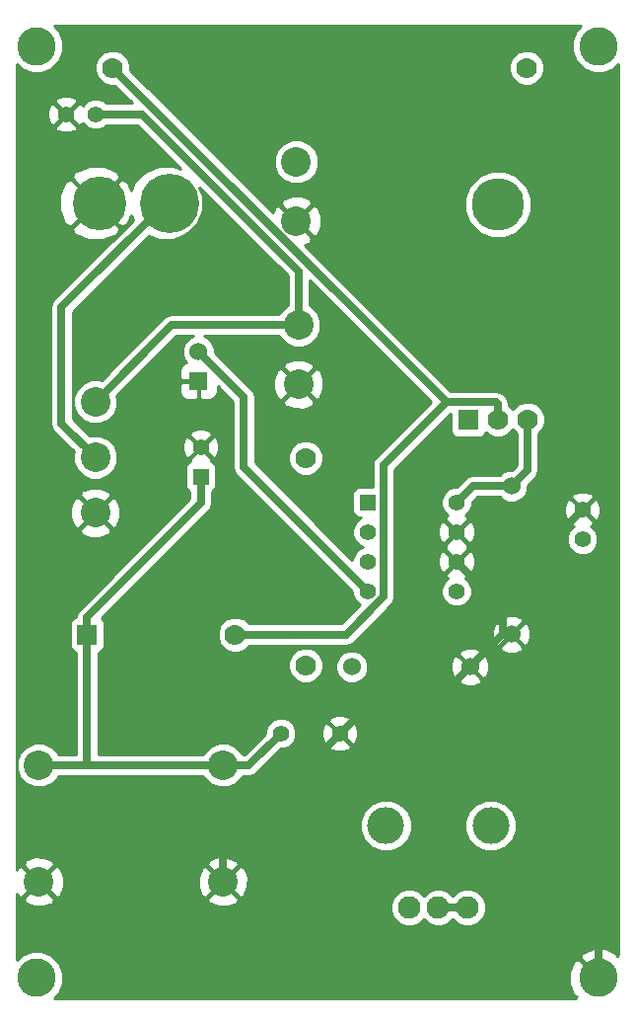
<source format=gbl>
G04 (created by PCBNEW-RS274X (2011-nov-30)-testing) date Wed 20 Feb 2013 12:40:59 PM PST*
%MOIN*%
G04 Gerber Fmt 3.4, Leading zero omitted, Abs format*
%FSLAX34Y34*%
G01*
G70*
G90*
G04 APERTURE LIST*
%ADD10C,0.006*%
%ADD11C,0.1*%
%ADD12R,0.06X0.06*%
%ADD13C,0.06*%
%ADD14R,0.055X0.055*%
%ADD15C,0.055*%
%ADD16C,0.2*%
%ADD17C,0.1811*%
%ADD18C,0.13*%
%ADD19C,0.07*%
%ADD20R,0.07X0.07*%
%ADD21C,0.1772*%
%ADD22C,0.076*%
%ADD23C,0.125*%
%ADD24C,0.025*%
%ADD25C,0.01*%
G04 APERTURE END LIST*
G54D10*
G54D11*
X36984Y-44508D03*
X36984Y-46378D03*
X36984Y-48248D03*
G54D12*
X40472Y-43807D03*
G54D13*
X40472Y-42807D03*
G54D14*
X46200Y-47900D03*
G54D15*
X46200Y-48900D03*
X46200Y-49900D03*
X46200Y-50900D03*
X49200Y-50900D03*
X49200Y-49900D03*
X49200Y-48900D03*
X49200Y-47900D03*
G54D16*
X39500Y-37800D03*
G54D17*
X37138Y-37800D03*
G54D11*
X43780Y-36402D03*
X43780Y-38402D03*
X43858Y-41913D03*
X43858Y-43913D03*
G54D15*
X43250Y-55700D03*
X45250Y-55700D03*
G54D14*
X40551Y-47035D03*
G54D15*
X40551Y-46035D03*
X37000Y-34800D03*
X36000Y-34800D03*
X53450Y-49150D03*
X53450Y-48150D03*
G54D18*
X35000Y-32500D03*
X35000Y-63950D03*
X54000Y-32500D03*
G54D13*
X45650Y-53450D03*
X49650Y-53450D03*
G54D19*
X41713Y-52362D03*
G54D20*
X36713Y-52362D03*
G54D19*
X44100Y-53400D03*
X44100Y-46400D03*
G54D13*
X51050Y-47350D03*
X51050Y-52350D03*
G54D19*
X37567Y-33228D03*
X51567Y-33228D03*
G54D11*
X35079Y-56771D03*
X41299Y-56771D03*
X35079Y-60709D03*
X41299Y-60709D03*
G54D20*
X49600Y-45100D03*
G54D19*
X50600Y-45100D03*
X51600Y-45100D03*
G54D21*
X50600Y-37848D03*
G54D22*
X47596Y-61570D03*
X48580Y-61570D03*
X49564Y-61570D03*
G54D23*
X46808Y-58814D03*
X50352Y-58814D03*
G54D18*
X54000Y-63950D03*
G54D24*
X42179Y-56771D02*
X43250Y-55700D01*
X41299Y-56771D02*
X42179Y-56771D01*
X40551Y-47924D02*
X36713Y-51762D01*
X40551Y-47035D02*
X40551Y-47924D01*
X36713Y-52362D02*
X36713Y-51762D01*
X36713Y-56771D02*
X36713Y-52362D01*
X35079Y-56771D02*
X36713Y-56771D01*
X36713Y-56771D02*
X41299Y-56771D01*
X35843Y-45237D02*
X36984Y-46378D01*
X35843Y-41322D02*
X35843Y-45237D01*
X39370Y-37795D02*
X35843Y-41322D01*
X42006Y-44341D02*
X40472Y-42807D01*
X42006Y-46706D02*
X42006Y-44341D01*
X46200Y-50900D02*
X42006Y-46706D01*
X51050Y-52350D02*
X50750Y-52350D01*
X50750Y-52350D02*
X49650Y-53450D01*
X41299Y-59651D02*
X45250Y-55700D01*
X41299Y-60709D02*
X41299Y-59651D01*
X50450Y-51150D02*
X53450Y-48150D01*
X50750Y-51450D02*
X50450Y-51150D01*
X50750Y-52350D02*
X50750Y-51450D01*
X50450Y-51150D02*
X49200Y-49900D01*
X48086Y-55014D02*
X49650Y-53450D01*
X48086Y-55193D02*
X48086Y-55014D01*
X54000Y-61107D02*
X48086Y-55193D01*
X54000Y-63950D02*
X54000Y-61107D01*
X45757Y-55193D02*
X45250Y-55700D01*
X48086Y-55193D02*
X45757Y-55193D01*
X49750Y-47350D02*
X49200Y-47900D01*
X51050Y-47350D02*
X49750Y-47350D01*
X51600Y-46800D02*
X51050Y-47350D01*
X51600Y-45100D02*
X51600Y-46800D01*
X43858Y-40104D02*
X43858Y-41913D01*
X38554Y-34800D02*
X43858Y-40104D01*
X37000Y-34800D02*
X38554Y-34800D01*
X39579Y-41913D02*
X36984Y-44508D01*
X43858Y-41913D02*
X39579Y-41913D01*
X48858Y-44519D02*
X37567Y-33228D01*
X50528Y-44519D02*
X48858Y-44519D01*
X50600Y-44591D02*
X50528Y-44519D01*
X50600Y-45100D02*
X50600Y-44591D01*
X45450Y-52362D02*
X41713Y-52362D01*
X46726Y-51086D02*
X45450Y-52362D01*
X46726Y-46651D02*
X46726Y-51086D01*
X48858Y-44519D02*
X46726Y-46651D01*
X49564Y-61570D02*
X48580Y-61570D01*
G54D10*
G36*
X48327Y-44519D02*
X46461Y-46386D01*
X46380Y-46507D01*
X46351Y-46651D01*
X46351Y-47376D01*
X45876Y-47376D01*
X45784Y-47414D01*
X45714Y-47484D01*
X45676Y-47575D01*
X45676Y-47674D01*
X45676Y-48224D01*
X45714Y-48316D01*
X45784Y-48386D01*
X45875Y-48424D01*
X45974Y-48424D01*
X45903Y-48455D01*
X45755Y-48602D01*
X45675Y-48795D01*
X45675Y-49004D01*
X45755Y-49197D01*
X45902Y-49345D01*
X46035Y-49400D01*
X45903Y-49455D01*
X45755Y-49602D01*
X45675Y-49795D01*
X45675Y-49845D01*
X44708Y-48878D01*
X44708Y-43753D01*
X44582Y-43441D01*
X44572Y-43425D01*
X44426Y-43381D01*
X44390Y-43416D01*
X44390Y-43345D01*
X44346Y-43199D01*
X44035Y-43067D01*
X43698Y-43063D01*
X43386Y-43189D01*
X43370Y-43199D01*
X43326Y-43345D01*
X43858Y-43878D01*
X44390Y-43345D01*
X44390Y-43416D01*
X43893Y-43913D01*
X44426Y-44445D01*
X44572Y-44401D01*
X44704Y-44090D01*
X44708Y-43753D01*
X44708Y-48878D01*
X44699Y-48869D01*
X44699Y-46520D01*
X44699Y-46281D01*
X44608Y-46061D01*
X44440Y-45892D01*
X44390Y-45871D01*
X44390Y-44481D01*
X43858Y-43948D01*
X43823Y-43983D01*
X43823Y-43913D01*
X43290Y-43381D01*
X43144Y-43425D01*
X43012Y-43736D01*
X43008Y-44073D01*
X43134Y-44385D01*
X43144Y-44401D01*
X43290Y-44445D01*
X43823Y-43913D01*
X43823Y-43983D01*
X43326Y-44481D01*
X43370Y-44627D01*
X43681Y-44759D01*
X44018Y-44763D01*
X44330Y-44637D01*
X44346Y-44627D01*
X44390Y-44481D01*
X44390Y-45871D01*
X44220Y-45801D01*
X43981Y-45801D01*
X43761Y-45892D01*
X43592Y-46060D01*
X43501Y-46280D01*
X43501Y-46519D01*
X43592Y-46739D01*
X43760Y-46908D01*
X43980Y-46999D01*
X44219Y-46999D01*
X44439Y-46908D01*
X44608Y-46740D01*
X44699Y-46520D01*
X44699Y-48869D01*
X42381Y-46551D01*
X42381Y-44341D01*
X42352Y-44198D01*
X42352Y-44197D01*
X42271Y-44076D01*
X41021Y-42826D01*
X41021Y-42698D01*
X40938Y-42496D01*
X40784Y-42342D01*
X40654Y-42288D01*
X43201Y-42288D01*
X43222Y-42337D01*
X43433Y-42548D01*
X43708Y-42662D01*
X44006Y-42662D01*
X44282Y-42549D01*
X44493Y-42338D01*
X44607Y-42063D01*
X44607Y-41765D01*
X44494Y-41489D01*
X44283Y-41278D01*
X44233Y-41257D01*
X44233Y-40424D01*
X48327Y-44519D01*
X48327Y-44519D01*
G37*
G54D25*
X48327Y-44519D02*
X46461Y-46386D01*
X46380Y-46507D01*
X46351Y-46651D01*
X46351Y-47376D01*
X45876Y-47376D01*
X45784Y-47414D01*
X45714Y-47484D01*
X45676Y-47575D01*
X45676Y-47674D01*
X45676Y-48224D01*
X45714Y-48316D01*
X45784Y-48386D01*
X45875Y-48424D01*
X45974Y-48424D01*
X45903Y-48455D01*
X45755Y-48602D01*
X45675Y-48795D01*
X45675Y-49004D01*
X45755Y-49197D01*
X45902Y-49345D01*
X46035Y-49400D01*
X45903Y-49455D01*
X45755Y-49602D01*
X45675Y-49795D01*
X45675Y-49845D01*
X44708Y-48878D01*
X44708Y-43753D01*
X44582Y-43441D01*
X44572Y-43425D01*
X44426Y-43381D01*
X44390Y-43416D01*
X44390Y-43345D01*
X44346Y-43199D01*
X44035Y-43067D01*
X43698Y-43063D01*
X43386Y-43189D01*
X43370Y-43199D01*
X43326Y-43345D01*
X43858Y-43878D01*
X44390Y-43345D01*
X44390Y-43416D01*
X43893Y-43913D01*
X44426Y-44445D01*
X44572Y-44401D01*
X44704Y-44090D01*
X44708Y-43753D01*
X44708Y-48878D01*
X44699Y-48869D01*
X44699Y-46520D01*
X44699Y-46281D01*
X44608Y-46061D01*
X44440Y-45892D01*
X44390Y-45871D01*
X44390Y-44481D01*
X43858Y-43948D01*
X43823Y-43983D01*
X43823Y-43913D01*
X43290Y-43381D01*
X43144Y-43425D01*
X43012Y-43736D01*
X43008Y-44073D01*
X43134Y-44385D01*
X43144Y-44401D01*
X43290Y-44445D01*
X43823Y-43913D01*
X43823Y-43983D01*
X43326Y-44481D01*
X43370Y-44627D01*
X43681Y-44759D01*
X44018Y-44763D01*
X44330Y-44637D01*
X44346Y-44627D01*
X44390Y-44481D01*
X44390Y-45871D01*
X44220Y-45801D01*
X43981Y-45801D01*
X43761Y-45892D01*
X43592Y-46060D01*
X43501Y-46280D01*
X43501Y-46519D01*
X43592Y-46739D01*
X43760Y-46908D01*
X43980Y-46999D01*
X44219Y-46999D01*
X44439Y-46908D01*
X44608Y-46740D01*
X44699Y-46520D01*
X44699Y-48869D01*
X42381Y-46551D01*
X42381Y-44341D01*
X42352Y-44198D01*
X42352Y-44197D01*
X42271Y-44076D01*
X41021Y-42826D01*
X41021Y-42698D01*
X40938Y-42496D01*
X40784Y-42342D01*
X40654Y-42288D01*
X43201Y-42288D01*
X43222Y-42337D01*
X43433Y-42548D01*
X43708Y-42662D01*
X44006Y-42662D01*
X44282Y-42549D01*
X44493Y-42338D01*
X44607Y-42063D01*
X44607Y-41765D01*
X44494Y-41489D01*
X44283Y-41278D01*
X44233Y-41257D01*
X44233Y-40424D01*
X48327Y-44519D01*
G54D10*
G36*
X54675Y-63185D02*
X54667Y-63177D01*
X54621Y-63222D01*
X54578Y-63111D01*
X54214Y-62954D01*
X54074Y-62952D01*
X54074Y-48274D01*
X54074Y-48026D01*
X53979Y-47796D01*
X53856Y-47779D01*
X53821Y-47814D01*
X53821Y-47744D01*
X53804Y-47621D01*
X53574Y-47526D01*
X53326Y-47526D01*
X53096Y-47621D01*
X53079Y-47744D01*
X53450Y-48115D01*
X53821Y-47744D01*
X53821Y-47814D01*
X53485Y-48150D01*
X53856Y-48521D01*
X53979Y-48504D01*
X54074Y-48274D01*
X54074Y-62952D01*
X53975Y-62950D01*
X53975Y-49255D01*
X53975Y-49046D01*
X53895Y-48853D01*
X53748Y-48705D01*
X53744Y-48703D01*
X53804Y-48679D01*
X53821Y-48556D01*
X53450Y-48185D01*
X53415Y-48220D01*
X53415Y-48150D01*
X53044Y-47779D01*
X52921Y-47796D01*
X52826Y-48026D01*
X52826Y-48274D01*
X52921Y-48504D01*
X53044Y-48521D01*
X53415Y-48150D01*
X53415Y-48220D01*
X53079Y-48556D01*
X53096Y-48679D01*
X53155Y-48703D01*
X53153Y-48705D01*
X53005Y-48852D01*
X52925Y-49045D01*
X52925Y-49254D01*
X53005Y-49447D01*
X53152Y-49595D01*
X53345Y-49675D01*
X53554Y-49675D01*
X53747Y-49595D01*
X53895Y-49448D01*
X53975Y-49255D01*
X53975Y-62950D01*
X53816Y-62949D01*
X53447Y-63096D01*
X53422Y-63111D01*
X53359Y-63274D01*
X54000Y-63915D01*
X54000Y-63914D01*
X54035Y-63949D01*
X54035Y-63950D01*
X54000Y-63985D01*
X53999Y-63985D01*
X53965Y-63951D01*
X53964Y-63950D01*
X53965Y-63950D01*
X53324Y-63309D01*
X53161Y-63372D01*
X53004Y-63736D01*
X52999Y-64134D01*
X53146Y-64503D01*
X53161Y-64528D01*
X53272Y-64571D01*
X53227Y-64617D01*
X53246Y-64636D01*
X52199Y-64636D01*
X52199Y-45220D01*
X52199Y-44981D01*
X52166Y-44901D01*
X52166Y-33348D01*
X52166Y-33109D01*
X52075Y-32889D01*
X51907Y-32720D01*
X51687Y-32629D01*
X51448Y-32629D01*
X51228Y-32720D01*
X51059Y-32888D01*
X50968Y-33108D01*
X50968Y-33347D01*
X51059Y-33567D01*
X51227Y-33736D01*
X51447Y-33827D01*
X51686Y-33827D01*
X51906Y-33736D01*
X52075Y-33568D01*
X52166Y-33348D01*
X52166Y-44901D01*
X52108Y-44761D01*
X51940Y-44592D01*
X51736Y-44507D01*
X51736Y-38075D01*
X51736Y-37623D01*
X51563Y-37205D01*
X51244Y-36886D01*
X50827Y-36712D01*
X50375Y-36712D01*
X49957Y-36885D01*
X49638Y-37204D01*
X49464Y-37621D01*
X49464Y-38073D01*
X49637Y-38491D01*
X49956Y-38810D01*
X50373Y-38984D01*
X50825Y-38984D01*
X51243Y-38811D01*
X51562Y-38492D01*
X51736Y-38075D01*
X51736Y-44507D01*
X51720Y-44501D01*
X51481Y-44501D01*
X51261Y-44592D01*
X51099Y-44752D01*
X50975Y-44627D01*
X50975Y-44591D01*
X50974Y-44590D01*
X50946Y-44448D01*
X50946Y-44447D01*
X50905Y-44386D01*
X50865Y-44326D01*
X50865Y-44325D01*
X50793Y-44254D01*
X50672Y-44173D01*
X50528Y-44144D01*
X49013Y-44144D01*
X44630Y-39760D01*
X44630Y-38242D01*
X44529Y-37991D01*
X44529Y-36552D01*
X44529Y-36254D01*
X44416Y-35978D01*
X44205Y-35767D01*
X43930Y-35653D01*
X43632Y-35653D01*
X43356Y-35766D01*
X43145Y-35977D01*
X43031Y-36252D01*
X43031Y-36550D01*
X43144Y-36826D01*
X43355Y-37037D01*
X43630Y-37151D01*
X43928Y-37151D01*
X44204Y-37038D01*
X44415Y-36827D01*
X44529Y-36552D01*
X44529Y-37991D01*
X44504Y-37930D01*
X44494Y-37914D01*
X44348Y-37870D01*
X44312Y-37905D01*
X44312Y-37834D01*
X44268Y-37688D01*
X43957Y-37556D01*
X43620Y-37552D01*
X43308Y-37678D01*
X43292Y-37688D01*
X43248Y-37834D01*
X43780Y-38367D01*
X44312Y-37834D01*
X44312Y-37905D01*
X43815Y-38402D01*
X44348Y-38934D01*
X44494Y-38890D01*
X44626Y-38579D01*
X44630Y-38242D01*
X44630Y-39760D01*
X44069Y-39199D01*
X44252Y-39126D01*
X44268Y-39116D01*
X44312Y-38970D01*
X43815Y-38473D01*
X43780Y-38437D01*
X43779Y-38437D01*
X43744Y-38402D01*
X43745Y-38402D01*
X43709Y-38367D01*
X43212Y-37870D01*
X43066Y-37914D01*
X42981Y-38112D01*
X38166Y-33296D01*
X38166Y-33109D01*
X38075Y-32889D01*
X37907Y-32720D01*
X37687Y-32629D01*
X37448Y-32629D01*
X37228Y-32720D01*
X37059Y-32888D01*
X36968Y-33108D01*
X36968Y-33347D01*
X37059Y-33567D01*
X37227Y-33736D01*
X37447Y-33827D01*
X37635Y-33827D01*
X38233Y-34425D01*
X37367Y-34425D01*
X37298Y-34355D01*
X37105Y-34275D01*
X36896Y-34275D01*
X36703Y-34355D01*
X36555Y-34502D01*
X36553Y-34505D01*
X36529Y-34446D01*
X36406Y-34429D01*
X36371Y-34464D01*
X36371Y-34394D01*
X36354Y-34271D01*
X36124Y-34176D01*
X35876Y-34176D01*
X35646Y-34271D01*
X35629Y-34394D01*
X36000Y-34765D01*
X36371Y-34394D01*
X36371Y-34464D01*
X36035Y-34800D01*
X36406Y-35171D01*
X36529Y-35154D01*
X36553Y-35094D01*
X36555Y-35097D01*
X36702Y-35245D01*
X36895Y-35325D01*
X37104Y-35325D01*
X37297Y-35245D01*
X37367Y-35175D01*
X38399Y-35175D01*
X39875Y-36651D01*
X39620Y-36546D01*
X39123Y-36545D01*
X38663Y-36735D01*
X38311Y-37086D01*
X38190Y-37378D01*
X38084Y-37106D01*
X38057Y-37065D01*
X37868Y-36971D01*
X37832Y-37006D01*
X37832Y-36935D01*
X37738Y-36746D01*
X37282Y-36547D01*
X36783Y-36538D01*
X36371Y-36698D01*
X36371Y-35206D01*
X36000Y-34835D01*
X35965Y-34870D01*
X35965Y-34800D01*
X35594Y-34429D01*
X35471Y-34446D01*
X35376Y-34676D01*
X35376Y-34924D01*
X35471Y-35154D01*
X35594Y-35171D01*
X35965Y-34800D01*
X35965Y-34870D01*
X35629Y-35206D01*
X35646Y-35329D01*
X35876Y-35424D01*
X36124Y-35424D01*
X36354Y-35329D01*
X36371Y-35206D01*
X36371Y-36698D01*
X36319Y-36719D01*
X36278Y-36746D01*
X36184Y-36935D01*
X37008Y-37760D01*
X37832Y-36935D01*
X37832Y-37006D01*
X37043Y-37795D01*
X37868Y-38619D01*
X38057Y-38525D01*
X38191Y-38215D01*
X38258Y-38376D01*
X37832Y-38802D01*
X37832Y-38655D01*
X37008Y-37830D01*
X36973Y-37865D01*
X36973Y-37795D01*
X36148Y-36971D01*
X35959Y-37065D01*
X35760Y-37521D01*
X35751Y-38020D01*
X35932Y-38484D01*
X35959Y-38525D01*
X36148Y-38619D01*
X36973Y-37795D01*
X36973Y-37865D01*
X36184Y-38655D01*
X36278Y-38844D01*
X36734Y-39043D01*
X37233Y-39052D01*
X37697Y-38871D01*
X37738Y-38844D01*
X37832Y-38655D01*
X37832Y-38802D01*
X35578Y-41057D01*
X35497Y-41178D01*
X35468Y-41322D01*
X35468Y-45237D01*
X35497Y-45381D01*
X35578Y-45502D01*
X36255Y-46179D01*
X36235Y-46228D01*
X36235Y-46526D01*
X36348Y-46802D01*
X36559Y-47013D01*
X36834Y-47127D01*
X37132Y-47127D01*
X37408Y-47014D01*
X37619Y-46803D01*
X37733Y-46528D01*
X37733Y-46230D01*
X37620Y-45954D01*
X37409Y-45743D01*
X37134Y-45629D01*
X36836Y-45629D01*
X36786Y-45649D01*
X36218Y-45081D01*
X36218Y-41477D01*
X38788Y-38906D01*
X39120Y-39044D01*
X39617Y-39045D01*
X40077Y-38855D01*
X40429Y-38504D01*
X40619Y-38045D01*
X40620Y-37548D01*
X40513Y-37289D01*
X43483Y-40259D01*
X43483Y-41256D01*
X43434Y-41277D01*
X43223Y-41488D01*
X43202Y-41538D01*
X39579Y-41538D01*
X39435Y-41567D01*
X39374Y-41607D01*
X39313Y-41648D01*
X37182Y-43779D01*
X37134Y-43759D01*
X36836Y-43759D01*
X36560Y-43872D01*
X36349Y-44083D01*
X36235Y-44358D01*
X36235Y-44656D01*
X36348Y-44932D01*
X36559Y-45143D01*
X36834Y-45257D01*
X37132Y-45257D01*
X37408Y-45144D01*
X37619Y-44933D01*
X37733Y-44658D01*
X37733Y-44360D01*
X37712Y-44309D01*
X39734Y-42288D01*
X40289Y-42288D01*
X40161Y-42341D01*
X40007Y-42495D01*
X39923Y-42697D01*
X39923Y-42916D01*
X40006Y-43118D01*
X40062Y-43174D01*
X39974Y-43211D01*
X39876Y-43310D01*
X39823Y-43438D01*
X39822Y-43695D01*
X39909Y-43782D01*
X40397Y-43782D01*
X40447Y-43782D01*
X40497Y-43782D01*
X40497Y-43832D01*
X40497Y-43882D01*
X40497Y-44370D01*
X40584Y-44457D01*
X40703Y-44456D01*
X40842Y-44456D01*
X40970Y-44403D01*
X41068Y-44304D01*
X41121Y-44176D01*
X41121Y-43986D01*
X41631Y-44496D01*
X41631Y-46706D01*
X41660Y-46850D01*
X41741Y-46971D01*
X45675Y-50905D01*
X45675Y-51004D01*
X45755Y-51197D01*
X45902Y-51345D01*
X45926Y-51355D01*
X45294Y-51987D01*
X42185Y-51987D01*
X42053Y-51854D01*
X41833Y-51763D01*
X41594Y-51763D01*
X41374Y-51854D01*
X41205Y-52022D01*
X41175Y-52094D01*
X41175Y-46159D01*
X41175Y-45911D01*
X41080Y-45681D01*
X40957Y-45664D01*
X40922Y-45699D01*
X40922Y-45629D01*
X40905Y-45506D01*
X40675Y-45411D01*
X40447Y-45411D01*
X40447Y-44370D01*
X40447Y-43832D01*
X39909Y-43832D01*
X39822Y-43919D01*
X39823Y-44176D01*
X39876Y-44304D01*
X39974Y-44403D01*
X40102Y-44456D01*
X40241Y-44456D01*
X40360Y-44457D01*
X40447Y-44370D01*
X40447Y-45411D01*
X40427Y-45411D01*
X40197Y-45506D01*
X40180Y-45629D01*
X40551Y-46000D01*
X40922Y-45629D01*
X40922Y-45699D01*
X40586Y-46035D01*
X40957Y-46406D01*
X41080Y-46389D01*
X41175Y-46159D01*
X41175Y-52094D01*
X41114Y-52242D01*
X41114Y-52481D01*
X41205Y-52701D01*
X41373Y-52870D01*
X41593Y-52961D01*
X41832Y-52961D01*
X42052Y-52870D01*
X42185Y-52737D01*
X45450Y-52737D01*
X45593Y-52708D01*
X45594Y-52708D01*
X45715Y-52627D01*
X46991Y-51352D01*
X46991Y-51351D01*
X47031Y-51290D01*
X47072Y-51230D01*
X47072Y-51229D01*
X47100Y-51086D01*
X47101Y-51086D01*
X47101Y-46806D01*
X49001Y-44906D01*
X49001Y-45499D01*
X49039Y-45591D01*
X49109Y-45661D01*
X49200Y-45699D01*
X49299Y-45699D01*
X49999Y-45699D01*
X50091Y-45661D01*
X50161Y-45591D01*
X50185Y-45532D01*
X50260Y-45608D01*
X50480Y-45699D01*
X50719Y-45699D01*
X50939Y-45608D01*
X51100Y-45447D01*
X51225Y-45572D01*
X51225Y-46644D01*
X51068Y-46801D01*
X50941Y-46801D01*
X50739Y-46884D01*
X50648Y-46975D01*
X49750Y-46975D01*
X49606Y-47004D01*
X49545Y-47044D01*
X49484Y-47085D01*
X49194Y-47375D01*
X49096Y-47375D01*
X48903Y-47455D01*
X48755Y-47602D01*
X48675Y-47795D01*
X48675Y-48004D01*
X48755Y-48197D01*
X48902Y-48345D01*
X48905Y-48346D01*
X48846Y-48371D01*
X48829Y-48494D01*
X49200Y-48865D01*
X49571Y-48494D01*
X49554Y-48371D01*
X49494Y-48346D01*
X49497Y-48345D01*
X49645Y-48198D01*
X49725Y-48005D01*
X49725Y-47905D01*
X49905Y-47725D01*
X50648Y-47725D01*
X50738Y-47815D01*
X50940Y-47899D01*
X51159Y-47899D01*
X51361Y-47816D01*
X51515Y-47662D01*
X51599Y-47460D01*
X51599Y-47331D01*
X51865Y-47066D01*
X51865Y-47065D01*
X51905Y-47004D01*
X51946Y-46944D01*
X51946Y-46943D01*
X51974Y-46801D01*
X51975Y-46800D01*
X51975Y-45572D01*
X52108Y-45440D01*
X52199Y-45220D01*
X52199Y-64636D01*
X51700Y-64636D01*
X51700Y-52222D01*
X51599Y-51982D01*
X51474Y-51962D01*
X51438Y-51997D01*
X51438Y-51926D01*
X51418Y-51801D01*
X51180Y-51701D01*
X50922Y-51700D01*
X50682Y-51801D01*
X50662Y-51926D01*
X51050Y-52315D01*
X51438Y-51926D01*
X51438Y-51997D01*
X51085Y-52350D01*
X51474Y-52738D01*
X51599Y-52718D01*
X51699Y-52480D01*
X51700Y-52222D01*
X51700Y-64636D01*
X51438Y-64636D01*
X51438Y-52774D01*
X51050Y-52385D01*
X51015Y-52420D01*
X51015Y-52350D01*
X50626Y-51962D01*
X50501Y-51982D01*
X50401Y-52220D01*
X50400Y-52478D01*
X50501Y-52718D01*
X50626Y-52738D01*
X51015Y-52350D01*
X51015Y-52420D01*
X50662Y-52774D01*
X50682Y-52899D01*
X50920Y-52999D01*
X51178Y-53000D01*
X51418Y-52899D01*
X51438Y-52774D01*
X51438Y-64636D01*
X51227Y-64636D01*
X51227Y-58989D01*
X51227Y-58641D01*
X51094Y-58319D01*
X50848Y-58073D01*
X50527Y-57939D01*
X50300Y-57939D01*
X50300Y-53322D01*
X50199Y-53082D01*
X50074Y-53062D01*
X50038Y-53097D01*
X50038Y-53026D01*
X50018Y-52901D01*
X49824Y-52819D01*
X49824Y-50024D01*
X49824Y-49776D01*
X49824Y-49024D01*
X49824Y-48776D01*
X49729Y-48546D01*
X49606Y-48529D01*
X49235Y-48900D01*
X49606Y-49271D01*
X49729Y-49254D01*
X49824Y-49024D01*
X49824Y-49776D01*
X49729Y-49546D01*
X49606Y-49529D01*
X49571Y-49564D01*
X49571Y-49494D01*
X49558Y-49400D01*
X49571Y-49306D01*
X49200Y-48935D01*
X49165Y-48970D01*
X49165Y-48900D01*
X48794Y-48529D01*
X48671Y-48546D01*
X48576Y-48776D01*
X48576Y-49024D01*
X48671Y-49254D01*
X48794Y-49271D01*
X49165Y-48900D01*
X49165Y-48970D01*
X48829Y-49306D01*
X48841Y-49400D01*
X48829Y-49494D01*
X49200Y-49865D01*
X49571Y-49494D01*
X49571Y-49564D01*
X49235Y-49900D01*
X49606Y-50271D01*
X49729Y-50254D01*
X49824Y-50024D01*
X49824Y-52819D01*
X49780Y-52801D01*
X49725Y-52800D01*
X49725Y-51005D01*
X49725Y-50796D01*
X49645Y-50603D01*
X49498Y-50455D01*
X49494Y-50453D01*
X49554Y-50429D01*
X49571Y-50306D01*
X49200Y-49935D01*
X49165Y-49970D01*
X49165Y-49900D01*
X48794Y-49529D01*
X48671Y-49546D01*
X48576Y-49776D01*
X48576Y-50024D01*
X48671Y-50254D01*
X48794Y-50271D01*
X49165Y-49900D01*
X49165Y-49970D01*
X48829Y-50306D01*
X48846Y-50429D01*
X48905Y-50453D01*
X48903Y-50455D01*
X48755Y-50602D01*
X48675Y-50795D01*
X48675Y-51004D01*
X48755Y-51197D01*
X48902Y-51345D01*
X49095Y-51425D01*
X49304Y-51425D01*
X49497Y-51345D01*
X49645Y-51198D01*
X49725Y-51005D01*
X49725Y-52800D01*
X49522Y-52800D01*
X49282Y-52901D01*
X49262Y-53026D01*
X49650Y-53415D01*
X50038Y-53026D01*
X50038Y-53097D01*
X49685Y-53450D01*
X50074Y-53838D01*
X50199Y-53818D01*
X50299Y-53580D01*
X50300Y-53322D01*
X50300Y-57939D01*
X50179Y-57939D01*
X50038Y-57997D01*
X50038Y-53874D01*
X49650Y-53485D01*
X49615Y-53520D01*
X49615Y-53450D01*
X49226Y-53062D01*
X49101Y-53082D01*
X49001Y-53320D01*
X49000Y-53578D01*
X49101Y-53818D01*
X49226Y-53838D01*
X49615Y-53450D01*
X49615Y-53520D01*
X49262Y-53874D01*
X49282Y-53999D01*
X49520Y-54099D01*
X49778Y-54100D01*
X50018Y-53999D01*
X50038Y-53874D01*
X50038Y-57997D01*
X49857Y-58072D01*
X49611Y-58318D01*
X49477Y-58639D01*
X49477Y-58987D01*
X49610Y-59309D01*
X49856Y-59555D01*
X50177Y-59689D01*
X50525Y-59689D01*
X50847Y-59556D01*
X51093Y-59310D01*
X51227Y-58989D01*
X51227Y-64636D01*
X50194Y-64636D01*
X50194Y-61696D01*
X50194Y-61445D01*
X50098Y-61214D01*
X49921Y-61037D01*
X49690Y-60940D01*
X49439Y-60940D01*
X49208Y-61036D01*
X49072Y-61172D01*
X48937Y-61037D01*
X48706Y-60940D01*
X48455Y-60940D01*
X48224Y-61036D01*
X48088Y-61172D01*
X47953Y-61037D01*
X47722Y-60940D01*
X47683Y-60940D01*
X47683Y-58989D01*
X47683Y-58641D01*
X47550Y-58319D01*
X47304Y-58073D01*
X46983Y-57939D01*
X46635Y-57939D01*
X46313Y-58072D01*
X46199Y-58186D01*
X46199Y-53560D01*
X46199Y-53341D01*
X46116Y-53139D01*
X45962Y-52985D01*
X45760Y-52901D01*
X45541Y-52901D01*
X45339Y-52984D01*
X45185Y-53138D01*
X45101Y-53340D01*
X45101Y-53559D01*
X45184Y-53761D01*
X45338Y-53915D01*
X45540Y-53999D01*
X45759Y-53999D01*
X45961Y-53916D01*
X46115Y-53762D01*
X46199Y-53560D01*
X46199Y-58186D01*
X46067Y-58318D01*
X45933Y-58639D01*
X45933Y-58987D01*
X46066Y-59309D01*
X46312Y-59555D01*
X46633Y-59689D01*
X46981Y-59689D01*
X47303Y-59556D01*
X47549Y-59310D01*
X47683Y-58989D01*
X47683Y-60940D01*
X47471Y-60940D01*
X47240Y-61036D01*
X47063Y-61213D01*
X46966Y-61444D01*
X46966Y-61695D01*
X47062Y-61926D01*
X47239Y-62103D01*
X47470Y-62200D01*
X47721Y-62200D01*
X47952Y-62104D01*
X48088Y-61968D01*
X48223Y-62103D01*
X48454Y-62200D01*
X48705Y-62200D01*
X48936Y-62104D01*
X49072Y-61968D01*
X49207Y-62103D01*
X49438Y-62200D01*
X49689Y-62200D01*
X49920Y-62104D01*
X50097Y-61927D01*
X50194Y-61696D01*
X50194Y-64636D01*
X45874Y-64636D01*
X45874Y-55824D01*
X45874Y-55576D01*
X45779Y-55346D01*
X45656Y-55329D01*
X45621Y-55364D01*
X45621Y-55294D01*
X45604Y-55171D01*
X45374Y-55076D01*
X45126Y-55076D01*
X44896Y-55171D01*
X44879Y-55294D01*
X45250Y-55665D01*
X45621Y-55294D01*
X45621Y-55364D01*
X45285Y-55700D01*
X45656Y-56071D01*
X45779Y-56054D01*
X45874Y-55824D01*
X45874Y-64636D01*
X45621Y-64636D01*
X45621Y-56106D01*
X45250Y-55735D01*
X45215Y-55770D01*
X45215Y-55700D01*
X44844Y-55329D01*
X44721Y-55346D01*
X44699Y-55399D01*
X44699Y-53520D01*
X44699Y-53281D01*
X44608Y-53061D01*
X44440Y-52892D01*
X44220Y-52801D01*
X43981Y-52801D01*
X43761Y-52892D01*
X43592Y-53060D01*
X43501Y-53280D01*
X43501Y-53519D01*
X43592Y-53739D01*
X43760Y-53908D01*
X43980Y-53999D01*
X44219Y-53999D01*
X44439Y-53908D01*
X44608Y-53740D01*
X44699Y-53520D01*
X44699Y-55399D01*
X44626Y-55576D01*
X44626Y-55824D01*
X44721Y-56054D01*
X44844Y-56071D01*
X45215Y-55700D01*
X45215Y-55770D01*
X44879Y-56106D01*
X44896Y-56229D01*
X45126Y-56324D01*
X45374Y-56324D01*
X45604Y-56229D01*
X45621Y-56106D01*
X45621Y-64636D01*
X43775Y-64636D01*
X43775Y-55805D01*
X43775Y-55596D01*
X43695Y-55403D01*
X43548Y-55255D01*
X43355Y-55175D01*
X43146Y-55175D01*
X42953Y-55255D01*
X42805Y-55402D01*
X42725Y-55595D01*
X42725Y-55694D01*
X42023Y-56396D01*
X41955Y-56396D01*
X41935Y-56347D01*
X41724Y-56136D01*
X41449Y-56022D01*
X41151Y-56022D01*
X40875Y-56135D01*
X40664Y-56346D01*
X40643Y-56396D01*
X37088Y-56396D01*
X37088Y-52961D01*
X37112Y-52961D01*
X37204Y-52923D01*
X37274Y-52853D01*
X37312Y-52762D01*
X37312Y-52663D01*
X37312Y-51963D01*
X37274Y-51871D01*
X37204Y-51801D01*
X40816Y-48190D01*
X40816Y-48189D01*
X40856Y-48128D01*
X40897Y-48068D01*
X40897Y-48067D01*
X40925Y-47925D01*
X40926Y-47924D01*
X40926Y-47537D01*
X40967Y-47521D01*
X41037Y-47451D01*
X41075Y-47360D01*
X41075Y-47261D01*
X41075Y-46711D01*
X41037Y-46619D01*
X40967Y-46549D01*
X40910Y-46525D01*
X40922Y-46441D01*
X40551Y-46070D01*
X40516Y-46105D01*
X40516Y-46035D01*
X40145Y-45664D01*
X40022Y-45681D01*
X39927Y-45911D01*
X39927Y-46159D01*
X40022Y-46389D01*
X40145Y-46406D01*
X40516Y-46035D01*
X40516Y-46105D01*
X40180Y-46441D01*
X40191Y-46525D01*
X40135Y-46549D01*
X40065Y-46619D01*
X40027Y-46710D01*
X40027Y-46809D01*
X40027Y-47359D01*
X40065Y-47451D01*
X40135Y-47521D01*
X40176Y-47538D01*
X40176Y-47768D01*
X37834Y-50110D01*
X37834Y-48088D01*
X37708Y-47776D01*
X37698Y-47760D01*
X37552Y-47716D01*
X37516Y-47751D01*
X37516Y-47680D01*
X37472Y-47534D01*
X37161Y-47402D01*
X36824Y-47398D01*
X36512Y-47524D01*
X36496Y-47534D01*
X36452Y-47680D01*
X36984Y-48213D01*
X37516Y-47680D01*
X37516Y-47751D01*
X37019Y-48248D01*
X37552Y-48780D01*
X37698Y-48736D01*
X37830Y-48425D01*
X37834Y-48088D01*
X37834Y-50110D01*
X37516Y-50428D01*
X37516Y-48816D01*
X36984Y-48283D01*
X36949Y-48318D01*
X36949Y-48248D01*
X36416Y-47716D01*
X36270Y-47760D01*
X36138Y-48071D01*
X36134Y-48408D01*
X36260Y-48720D01*
X36270Y-48736D01*
X36416Y-48780D01*
X36949Y-48248D01*
X36949Y-48318D01*
X36452Y-48816D01*
X36496Y-48962D01*
X36807Y-49094D01*
X37144Y-49098D01*
X37456Y-48972D01*
X37472Y-48962D01*
X37516Y-48816D01*
X37516Y-50428D01*
X36448Y-51497D01*
X36367Y-51618D01*
X36338Y-51762D01*
X36338Y-51763D01*
X36314Y-51763D01*
X36222Y-51801D01*
X36152Y-51871D01*
X36114Y-51962D01*
X36114Y-52061D01*
X36114Y-52761D01*
X36152Y-52853D01*
X36222Y-52923D01*
X36313Y-52961D01*
X36338Y-52961D01*
X36338Y-56396D01*
X35735Y-56396D01*
X35715Y-56347D01*
X35504Y-56136D01*
X35229Y-56022D01*
X34931Y-56022D01*
X34655Y-56135D01*
X34444Y-56346D01*
X34330Y-56621D01*
X34330Y-56919D01*
X34443Y-57195D01*
X34654Y-57406D01*
X34929Y-57520D01*
X35227Y-57520D01*
X35503Y-57407D01*
X35714Y-57196D01*
X35734Y-57146D01*
X36713Y-57146D01*
X40642Y-57146D01*
X40663Y-57195D01*
X40874Y-57406D01*
X41149Y-57520D01*
X41447Y-57520D01*
X41723Y-57407D01*
X41934Y-57196D01*
X41954Y-57146D01*
X42179Y-57146D01*
X42322Y-57117D01*
X42323Y-57117D01*
X42444Y-57036D01*
X43255Y-56225D01*
X43354Y-56225D01*
X43547Y-56145D01*
X43695Y-55998D01*
X43775Y-55805D01*
X43775Y-64636D01*
X42149Y-64636D01*
X42149Y-60549D01*
X42023Y-60237D01*
X42013Y-60221D01*
X41867Y-60177D01*
X41831Y-60212D01*
X41831Y-60141D01*
X41787Y-59995D01*
X41476Y-59863D01*
X41139Y-59859D01*
X40827Y-59985D01*
X40811Y-59995D01*
X40767Y-60141D01*
X41299Y-60674D01*
X41831Y-60141D01*
X41831Y-60212D01*
X41334Y-60709D01*
X41867Y-61241D01*
X42013Y-61197D01*
X42145Y-60886D01*
X42149Y-60549D01*
X42149Y-64636D01*
X41831Y-64636D01*
X41831Y-61277D01*
X41299Y-60744D01*
X41264Y-60779D01*
X41264Y-60709D01*
X40731Y-60177D01*
X40585Y-60221D01*
X40453Y-60532D01*
X40449Y-60869D01*
X40575Y-61181D01*
X40585Y-61197D01*
X40731Y-61241D01*
X41264Y-60709D01*
X41264Y-60779D01*
X40767Y-61277D01*
X40811Y-61423D01*
X41122Y-61555D01*
X41459Y-61559D01*
X41771Y-61433D01*
X41787Y-61423D01*
X41831Y-61277D01*
X41831Y-64636D01*
X35929Y-64636D01*
X35929Y-60549D01*
X35803Y-60237D01*
X35793Y-60221D01*
X35647Y-60177D01*
X35611Y-60212D01*
X35611Y-60141D01*
X35567Y-59995D01*
X35256Y-59863D01*
X34919Y-59859D01*
X34607Y-59985D01*
X34591Y-59995D01*
X34547Y-60141D01*
X35079Y-60674D01*
X35611Y-60141D01*
X35611Y-60212D01*
X35114Y-60709D01*
X35647Y-61241D01*
X35793Y-61197D01*
X35925Y-60886D01*
X35929Y-60549D01*
X35929Y-64636D01*
X35586Y-64636D01*
X35762Y-64460D01*
X35899Y-64130D01*
X35900Y-63772D01*
X35763Y-63441D01*
X35611Y-63289D01*
X35611Y-61277D01*
X35079Y-60744D01*
X34547Y-61277D01*
X34591Y-61423D01*
X34902Y-61555D01*
X35239Y-61559D01*
X35551Y-61433D01*
X35567Y-61423D01*
X35611Y-61277D01*
X35611Y-63289D01*
X35510Y-63188D01*
X35180Y-63051D01*
X34822Y-63050D01*
X34491Y-63187D01*
X34325Y-63353D01*
X34325Y-61106D01*
X34355Y-61181D01*
X34365Y-61197D01*
X34511Y-61241D01*
X35044Y-60709D01*
X34511Y-60177D01*
X34365Y-60221D01*
X34325Y-60315D01*
X34325Y-33097D01*
X34490Y-33262D01*
X34820Y-33399D01*
X35178Y-33400D01*
X35509Y-33263D01*
X35762Y-33010D01*
X35899Y-32680D01*
X35900Y-32322D01*
X35763Y-31991D01*
X35593Y-31821D01*
X53407Y-31821D01*
X53238Y-31990D01*
X53101Y-32320D01*
X53100Y-32678D01*
X53237Y-33009D01*
X53490Y-33262D01*
X53820Y-33399D01*
X54178Y-33400D01*
X54509Y-33263D01*
X54675Y-33097D01*
X54675Y-63185D01*
X54675Y-63185D01*
G37*
G54D25*
X54675Y-63185D02*
X54667Y-63177D01*
X54621Y-63222D01*
X54578Y-63111D01*
X54214Y-62954D01*
X54074Y-62952D01*
X54074Y-48274D01*
X54074Y-48026D01*
X53979Y-47796D01*
X53856Y-47779D01*
X53821Y-47814D01*
X53821Y-47744D01*
X53804Y-47621D01*
X53574Y-47526D01*
X53326Y-47526D01*
X53096Y-47621D01*
X53079Y-47744D01*
X53450Y-48115D01*
X53821Y-47744D01*
X53821Y-47814D01*
X53485Y-48150D01*
X53856Y-48521D01*
X53979Y-48504D01*
X54074Y-48274D01*
X54074Y-62952D01*
X53975Y-62950D01*
X53975Y-49255D01*
X53975Y-49046D01*
X53895Y-48853D01*
X53748Y-48705D01*
X53744Y-48703D01*
X53804Y-48679D01*
X53821Y-48556D01*
X53450Y-48185D01*
X53415Y-48220D01*
X53415Y-48150D01*
X53044Y-47779D01*
X52921Y-47796D01*
X52826Y-48026D01*
X52826Y-48274D01*
X52921Y-48504D01*
X53044Y-48521D01*
X53415Y-48150D01*
X53415Y-48220D01*
X53079Y-48556D01*
X53096Y-48679D01*
X53155Y-48703D01*
X53153Y-48705D01*
X53005Y-48852D01*
X52925Y-49045D01*
X52925Y-49254D01*
X53005Y-49447D01*
X53152Y-49595D01*
X53345Y-49675D01*
X53554Y-49675D01*
X53747Y-49595D01*
X53895Y-49448D01*
X53975Y-49255D01*
X53975Y-62950D01*
X53816Y-62949D01*
X53447Y-63096D01*
X53422Y-63111D01*
X53359Y-63274D01*
X54000Y-63915D01*
X54000Y-63914D01*
X54035Y-63949D01*
X54035Y-63950D01*
X54000Y-63985D01*
X53999Y-63985D01*
X53965Y-63951D01*
X53964Y-63950D01*
X53965Y-63950D01*
X53324Y-63309D01*
X53161Y-63372D01*
X53004Y-63736D01*
X52999Y-64134D01*
X53146Y-64503D01*
X53161Y-64528D01*
X53272Y-64571D01*
X53227Y-64617D01*
X53246Y-64636D01*
X52199Y-64636D01*
X52199Y-45220D01*
X52199Y-44981D01*
X52166Y-44901D01*
X52166Y-33348D01*
X52166Y-33109D01*
X52075Y-32889D01*
X51907Y-32720D01*
X51687Y-32629D01*
X51448Y-32629D01*
X51228Y-32720D01*
X51059Y-32888D01*
X50968Y-33108D01*
X50968Y-33347D01*
X51059Y-33567D01*
X51227Y-33736D01*
X51447Y-33827D01*
X51686Y-33827D01*
X51906Y-33736D01*
X52075Y-33568D01*
X52166Y-33348D01*
X52166Y-44901D01*
X52108Y-44761D01*
X51940Y-44592D01*
X51736Y-44507D01*
X51736Y-38075D01*
X51736Y-37623D01*
X51563Y-37205D01*
X51244Y-36886D01*
X50827Y-36712D01*
X50375Y-36712D01*
X49957Y-36885D01*
X49638Y-37204D01*
X49464Y-37621D01*
X49464Y-38073D01*
X49637Y-38491D01*
X49956Y-38810D01*
X50373Y-38984D01*
X50825Y-38984D01*
X51243Y-38811D01*
X51562Y-38492D01*
X51736Y-38075D01*
X51736Y-44507D01*
X51720Y-44501D01*
X51481Y-44501D01*
X51261Y-44592D01*
X51099Y-44752D01*
X50975Y-44627D01*
X50975Y-44591D01*
X50974Y-44590D01*
X50946Y-44448D01*
X50946Y-44447D01*
X50905Y-44386D01*
X50865Y-44326D01*
X50865Y-44325D01*
X50793Y-44254D01*
X50672Y-44173D01*
X50528Y-44144D01*
X49013Y-44144D01*
X44630Y-39760D01*
X44630Y-38242D01*
X44529Y-37991D01*
X44529Y-36552D01*
X44529Y-36254D01*
X44416Y-35978D01*
X44205Y-35767D01*
X43930Y-35653D01*
X43632Y-35653D01*
X43356Y-35766D01*
X43145Y-35977D01*
X43031Y-36252D01*
X43031Y-36550D01*
X43144Y-36826D01*
X43355Y-37037D01*
X43630Y-37151D01*
X43928Y-37151D01*
X44204Y-37038D01*
X44415Y-36827D01*
X44529Y-36552D01*
X44529Y-37991D01*
X44504Y-37930D01*
X44494Y-37914D01*
X44348Y-37870D01*
X44312Y-37905D01*
X44312Y-37834D01*
X44268Y-37688D01*
X43957Y-37556D01*
X43620Y-37552D01*
X43308Y-37678D01*
X43292Y-37688D01*
X43248Y-37834D01*
X43780Y-38367D01*
X44312Y-37834D01*
X44312Y-37905D01*
X43815Y-38402D01*
X44348Y-38934D01*
X44494Y-38890D01*
X44626Y-38579D01*
X44630Y-38242D01*
X44630Y-39760D01*
X44069Y-39199D01*
X44252Y-39126D01*
X44268Y-39116D01*
X44312Y-38970D01*
X43815Y-38473D01*
X43780Y-38437D01*
X43779Y-38437D01*
X43744Y-38402D01*
X43745Y-38402D01*
X43709Y-38367D01*
X43212Y-37870D01*
X43066Y-37914D01*
X42981Y-38112D01*
X38166Y-33296D01*
X38166Y-33109D01*
X38075Y-32889D01*
X37907Y-32720D01*
X37687Y-32629D01*
X37448Y-32629D01*
X37228Y-32720D01*
X37059Y-32888D01*
X36968Y-33108D01*
X36968Y-33347D01*
X37059Y-33567D01*
X37227Y-33736D01*
X37447Y-33827D01*
X37635Y-33827D01*
X38233Y-34425D01*
X37367Y-34425D01*
X37298Y-34355D01*
X37105Y-34275D01*
X36896Y-34275D01*
X36703Y-34355D01*
X36555Y-34502D01*
X36553Y-34505D01*
X36529Y-34446D01*
X36406Y-34429D01*
X36371Y-34464D01*
X36371Y-34394D01*
X36354Y-34271D01*
X36124Y-34176D01*
X35876Y-34176D01*
X35646Y-34271D01*
X35629Y-34394D01*
X36000Y-34765D01*
X36371Y-34394D01*
X36371Y-34464D01*
X36035Y-34800D01*
X36406Y-35171D01*
X36529Y-35154D01*
X36553Y-35094D01*
X36555Y-35097D01*
X36702Y-35245D01*
X36895Y-35325D01*
X37104Y-35325D01*
X37297Y-35245D01*
X37367Y-35175D01*
X38399Y-35175D01*
X39875Y-36651D01*
X39620Y-36546D01*
X39123Y-36545D01*
X38663Y-36735D01*
X38311Y-37086D01*
X38190Y-37378D01*
X38084Y-37106D01*
X38057Y-37065D01*
X37868Y-36971D01*
X37832Y-37006D01*
X37832Y-36935D01*
X37738Y-36746D01*
X37282Y-36547D01*
X36783Y-36538D01*
X36371Y-36698D01*
X36371Y-35206D01*
X36000Y-34835D01*
X35965Y-34870D01*
X35965Y-34800D01*
X35594Y-34429D01*
X35471Y-34446D01*
X35376Y-34676D01*
X35376Y-34924D01*
X35471Y-35154D01*
X35594Y-35171D01*
X35965Y-34800D01*
X35965Y-34870D01*
X35629Y-35206D01*
X35646Y-35329D01*
X35876Y-35424D01*
X36124Y-35424D01*
X36354Y-35329D01*
X36371Y-35206D01*
X36371Y-36698D01*
X36319Y-36719D01*
X36278Y-36746D01*
X36184Y-36935D01*
X37008Y-37760D01*
X37832Y-36935D01*
X37832Y-37006D01*
X37043Y-37795D01*
X37868Y-38619D01*
X38057Y-38525D01*
X38191Y-38215D01*
X38258Y-38376D01*
X37832Y-38802D01*
X37832Y-38655D01*
X37008Y-37830D01*
X36973Y-37865D01*
X36973Y-37795D01*
X36148Y-36971D01*
X35959Y-37065D01*
X35760Y-37521D01*
X35751Y-38020D01*
X35932Y-38484D01*
X35959Y-38525D01*
X36148Y-38619D01*
X36973Y-37795D01*
X36973Y-37865D01*
X36184Y-38655D01*
X36278Y-38844D01*
X36734Y-39043D01*
X37233Y-39052D01*
X37697Y-38871D01*
X37738Y-38844D01*
X37832Y-38655D01*
X37832Y-38802D01*
X35578Y-41057D01*
X35497Y-41178D01*
X35468Y-41322D01*
X35468Y-45237D01*
X35497Y-45381D01*
X35578Y-45502D01*
X36255Y-46179D01*
X36235Y-46228D01*
X36235Y-46526D01*
X36348Y-46802D01*
X36559Y-47013D01*
X36834Y-47127D01*
X37132Y-47127D01*
X37408Y-47014D01*
X37619Y-46803D01*
X37733Y-46528D01*
X37733Y-46230D01*
X37620Y-45954D01*
X37409Y-45743D01*
X37134Y-45629D01*
X36836Y-45629D01*
X36786Y-45649D01*
X36218Y-45081D01*
X36218Y-41477D01*
X38788Y-38906D01*
X39120Y-39044D01*
X39617Y-39045D01*
X40077Y-38855D01*
X40429Y-38504D01*
X40619Y-38045D01*
X40620Y-37548D01*
X40513Y-37289D01*
X43483Y-40259D01*
X43483Y-41256D01*
X43434Y-41277D01*
X43223Y-41488D01*
X43202Y-41538D01*
X39579Y-41538D01*
X39435Y-41567D01*
X39374Y-41607D01*
X39313Y-41648D01*
X37182Y-43779D01*
X37134Y-43759D01*
X36836Y-43759D01*
X36560Y-43872D01*
X36349Y-44083D01*
X36235Y-44358D01*
X36235Y-44656D01*
X36348Y-44932D01*
X36559Y-45143D01*
X36834Y-45257D01*
X37132Y-45257D01*
X37408Y-45144D01*
X37619Y-44933D01*
X37733Y-44658D01*
X37733Y-44360D01*
X37712Y-44309D01*
X39734Y-42288D01*
X40289Y-42288D01*
X40161Y-42341D01*
X40007Y-42495D01*
X39923Y-42697D01*
X39923Y-42916D01*
X40006Y-43118D01*
X40062Y-43174D01*
X39974Y-43211D01*
X39876Y-43310D01*
X39823Y-43438D01*
X39822Y-43695D01*
X39909Y-43782D01*
X40397Y-43782D01*
X40447Y-43782D01*
X40497Y-43782D01*
X40497Y-43832D01*
X40497Y-43882D01*
X40497Y-44370D01*
X40584Y-44457D01*
X40703Y-44456D01*
X40842Y-44456D01*
X40970Y-44403D01*
X41068Y-44304D01*
X41121Y-44176D01*
X41121Y-43986D01*
X41631Y-44496D01*
X41631Y-46706D01*
X41660Y-46850D01*
X41741Y-46971D01*
X45675Y-50905D01*
X45675Y-51004D01*
X45755Y-51197D01*
X45902Y-51345D01*
X45926Y-51355D01*
X45294Y-51987D01*
X42185Y-51987D01*
X42053Y-51854D01*
X41833Y-51763D01*
X41594Y-51763D01*
X41374Y-51854D01*
X41205Y-52022D01*
X41175Y-52094D01*
X41175Y-46159D01*
X41175Y-45911D01*
X41080Y-45681D01*
X40957Y-45664D01*
X40922Y-45699D01*
X40922Y-45629D01*
X40905Y-45506D01*
X40675Y-45411D01*
X40447Y-45411D01*
X40447Y-44370D01*
X40447Y-43832D01*
X39909Y-43832D01*
X39822Y-43919D01*
X39823Y-44176D01*
X39876Y-44304D01*
X39974Y-44403D01*
X40102Y-44456D01*
X40241Y-44456D01*
X40360Y-44457D01*
X40447Y-44370D01*
X40447Y-45411D01*
X40427Y-45411D01*
X40197Y-45506D01*
X40180Y-45629D01*
X40551Y-46000D01*
X40922Y-45629D01*
X40922Y-45699D01*
X40586Y-46035D01*
X40957Y-46406D01*
X41080Y-46389D01*
X41175Y-46159D01*
X41175Y-52094D01*
X41114Y-52242D01*
X41114Y-52481D01*
X41205Y-52701D01*
X41373Y-52870D01*
X41593Y-52961D01*
X41832Y-52961D01*
X42052Y-52870D01*
X42185Y-52737D01*
X45450Y-52737D01*
X45593Y-52708D01*
X45594Y-52708D01*
X45715Y-52627D01*
X46991Y-51352D01*
X46991Y-51351D01*
X47031Y-51290D01*
X47072Y-51230D01*
X47072Y-51229D01*
X47100Y-51086D01*
X47101Y-51086D01*
X47101Y-46806D01*
X49001Y-44906D01*
X49001Y-45499D01*
X49039Y-45591D01*
X49109Y-45661D01*
X49200Y-45699D01*
X49299Y-45699D01*
X49999Y-45699D01*
X50091Y-45661D01*
X50161Y-45591D01*
X50185Y-45532D01*
X50260Y-45608D01*
X50480Y-45699D01*
X50719Y-45699D01*
X50939Y-45608D01*
X51100Y-45447D01*
X51225Y-45572D01*
X51225Y-46644D01*
X51068Y-46801D01*
X50941Y-46801D01*
X50739Y-46884D01*
X50648Y-46975D01*
X49750Y-46975D01*
X49606Y-47004D01*
X49545Y-47044D01*
X49484Y-47085D01*
X49194Y-47375D01*
X49096Y-47375D01*
X48903Y-47455D01*
X48755Y-47602D01*
X48675Y-47795D01*
X48675Y-48004D01*
X48755Y-48197D01*
X48902Y-48345D01*
X48905Y-48346D01*
X48846Y-48371D01*
X48829Y-48494D01*
X49200Y-48865D01*
X49571Y-48494D01*
X49554Y-48371D01*
X49494Y-48346D01*
X49497Y-48345D01*
X49645Y-48198D01*
X49725Y-48005D01*
X49725Y-47905D01*
X49905Y-47725D01*
X50648Y-47725D01*
X50738Y-47815D01*
X50940Y-47899D01*
X51159Y-47899D01*
X51361Y-47816D01*
X51515Y-47662D01*
X51599Y-47460D01*
X51599Y-47331D01*
X51865Y-47066D01*
X51865Y-47065D01*
X51905Y-47004D01*
X51946Y-46944D01*
X51946Y-46943D01*
X51974Y-46801D01*
X51975Y-46800D01*
X51975Y-45572D01*
X52108Y-45440D01*
X52199Y-45220D01*
X52199Y-64636D01*
X51700Y-64636D01*
X51700Y-52222D01*
X51599Y-51982D01*
X51474Y-51962D01*
X51438Y-51997D01*
X51438Y-51926D01*
X51418Y-51801D01*
X51180Y-51701D01*
X50922Y-51700D01*
X50682Y-51801D01*
X50662Y-51926D01*
X51050Y-52315D01*
X51438Y-51926D01*
X51438Y-51997D01*
X51085Y-52350D01*
X51474Y-52738D01*
X51599Y-52718D01*
X51699Y-52480D01*
X51700Y-52222D01*
X51700Y-64636D01*
X51438Y-64636D01*
X51438Y-52774D01*
X51050Y-52385D01*
X51015Y-52420D01*
X51015Y-52350D01*
X50626Y-51962D01*
X50501Y-51982D01*
X50401Y-52220D01*
X50400Y-52478D01*
X50501Y-52718D01*
X50626Y-52738D01*
X51015Y-52350D01*
X51015Y-52420D01*
X50662Y-52774D01*
X50682Y-52899D01*
X50920Y-52999D01*
X51178Y-53000D01*
X51418Y-52899D01*
X51438Y-52774D01*
X51438Y-64636D01*
X51227Y-64636D01*
X51227Y-58989D01*
X51227Y-58641D01*
X51094Y-58319D01*
X50848Y-58073D01*
X50527Y-57939D01*
X50300Y-57939D01*
X50300Y-53322D01*
X50199Y-53082D01*
X50074Y-53062D01*
X50038Y-53097D01*
X50038Y-53026D01*
X50018Y-52901D01*
X49824Y-52819D01*
X49824Y-50024D01*
X49824Y-49776D01*
X49824Y-49024D01*
X49824Y-48776D01*
X49729Y-48546D01*
X49606Y-48529D01*
X49235Y-48900D01*
X49606Y-49271D01*
X49729Y-49254D01*
X49824Y-49024D01*
X49824Y-49776D01*
X49729Y-49546D01*
X49606Y-49529D01*
X49571Y-49564D01*
X49571Y-49494D01*
X49558Y-49400D01*
X49571Y-49306D01*
X49200Y-48935D01*
X49165Y-48970D01*
X49165Y-48900D01*
X48794Y-48529D01*
X48671Y-48546D01*
X48576Y-48776D01*
X48576Y-49024D01*
X48671Y-49254D01*
X48794Y-49271D01*
X49165Y-48900D01*
X49165Y-48970D01*
X48829Y-49306D01*
X48841Y-49400D01*
X48829Y-49494D01*
X49200Y-49865D01*
X49571Y-49494D01*
X49571Y-49564D01*
X49235Y-49900D01*
X49606Y-50271D01*
X49729Y-50254D01*
X49824Y-50024D01*
X49824Y-52819D01*
X49780Y-52801D01*
X49725Y-52800D01*
X49725Y-51005D01*
X49725Y-50796D01*
X49645Y-50603D01*
X49498Y-50455D01*
X49494Y-50453D01*
X49554Y-50429D01*
X49571Y-50306D01*
X49200Y-49935D01*
X49165Y-49970D01*
X49165Y-49900D01*
X48794Y-49529D01*
X48671Y-49546D01*
X48576Y-49776D01*
X48576Y-50024D01*
X48671Y-50254D01*
X48794Y-50271D01*
X49165Y-49900D01*
X49165Y-49970D01*
X48829Y-50306D01*
X48846Y-50429D01*
X48905Y-50453D01*
X48903Y-50455D01*
X48755Y-50602D01*
X48675Y-50795D01*
X48675Y-51004D01*
X48755Y-51197D01*
X48902Y-51345D01*
X49095Y-51425D01*
X49304Y-51425D01*
X49497Y-51345D01*
X49645Y-51198D01*
X49725Y-51005D01*
X49725Y-52800D01*
X49522Y-52800D01*
X49282Y-52901D01*
X49262Y-53026D01*
X49650Y-53415D01*
X50038Y-53026D01*
X50038Y-53097D01*
X49685Y-53450D01*
X50074Y-53838D01*
X50199Y-53818D01*
X50299Y-53580D01*
X50300Y-53322D01*
X50300Y-57939D01*
X50179Y-57939D01*
X50038Y-57997D01*
X50038Y-53874D01*
X49650Y-53485D01*
X49615Y-53520D01*
X49615Y-53450D01*
X49226Y-53062D01*
X49101Y-53082D01*
X49001Y-53320D01*
X49000Y-53578D01*
X49101Y-53818D01*
X49226Y-53838D01*
X49615Y-53450D01*
X49615Y-53520D01*
X49262Y-53874D01*
X49282Y-53999D01*
X49520Y-54099D01*
X49778Y-54100D01*
X50018Y-53999D01*
X50038Y-53874D01*
X50038Y-57997D01*
X49857Y-58072D01*
X49611Y-58318D01*
X49477Y-58639D01*
X49477Y-58987D01*
X49610Y-59309D01*
X49856Y-59555D01*
X50177Y-59689D01*
X50525Y-59689D01*
X50847Y-59556D01*
X51093Y-59310D01*
X51227Y-58989D01*
X51227Y-64636D01*
X50194Y-64636D01*
X50194Y-61696D01*
X50194Y-61445D01*
X50098Y-61214D01*
X49921Y-61037D01*
X49690Y-60940D01*
X49439Y-60940D01*
X49208Y-61036D01*
X49072Y-61172D01*
X48937Y-61037D01*
X48706Y-60940D01*
X48455Y-60940D01*
X48224Y-61036D01*
X48088Y-61172D01*
X47953Y-61037D01*
X47722Y-60940D01*
X47683Y-60940D01*
X47683Y-58989D01*
X47683Y-58641D01*
X47550Y-58319D01*
X47304Y-58073D01*
X46983Y-57939D01*
X46635Y-57939D01*
X46313Y-58072D01*
X46199Y-58186D01*
X46199Y-53560D01*
X46199Y-53341D01*
X46116Y-53139D01*
X45962Y-52985D01*
X45760Y-52901D01*
X45541Y-52901D01*
X45339Y-52984D01*
X45185Y-53138D01*
X45101Y-53340D01*
X45101Y-53559D01*
X45184Y-53761D01*
X45338Y-53915D01*
X45540Y-53999D01*
X45759Y-53999D01*
X45961Y-53916D01*
X46115Y-53762D01*
X46199Y-53560D01*
X46199Y-58186D01*
X46067Y-58318D01*
X45933Y-58639D01*
X45933Y-58987D01*
X46066Y-59309D01*
X46312Y-59555D01*
X46633Y-59689D01*
X46981Y-59689D01*
X47303Y-59556D01*
X47549Y-59310D01*
X47683Y-58989D01*
X47683Y-60940D01*
X47471Y-60940D01*
X47240Y-61036D01*
X47063Y-61213D01*
X46966Y-61444D01*
X46966Y-61695D01*
X47062Y-61926D01*
X47239Y-62103D01*
X47470Y-62200D01*
X47721Y-62200D01*
X47952Y-62104D01*
X48088Y-61968D01*
X48223Y-62103D01*
X48454Y-62200D01*
X48705Y-62200D01*
X48936Y-62104D01*
X49072Y-61968D01*
X49207Y-62103D01*
X49438Y-62200D01*
X49689Y-62200D01*
X49920Y-62104D01*
X50097Y-61927D01*
X50194Y-61696D01*
X50194Y-64636D01*
X45874Y-64636D01*
X45874Y-55824D01*
X45874Y-55576D01*
X45779Y-55346D01*
X45656Y-55329D01*
X45621Y-55364D01*
X45621Y-55294D01*
X45604Y-55171D01*
X45374Y-55076D01*
X45126Y-55076D01*
X44896Y-55171D01*
X44879Y-55294D01*
X45250Y-55665D01*
X45621Y-55294D01*
X45621Y-55364D01*
X45285Y-55700D01*
X45656Y-56071D01*
X45779Y-56054D01*
X45874Y-55824D01*
X45874Y-64636D01*
X45621Y-64636D01*
X45621Y-56106D01*
X45250Y-55735D01*
X45215Y-55770D01*
X45215Y-55700D01*
X44844Y-55329D01*
X44721Y-55346D01*
X44699Y-55399D01*
X44699Y-53520D01*
X44699Y-53281D01*
X44608Y-53061D01*
X44440Y-52892D01*
X44220Y-52801D01*
X43981Y-52801D01*
X43761Y-52892D01*
X43592Y-53060D01*
X43501Y-53280D01*
X43501Y-53519D01*
X43592Y-53739D01*
X43760Y-53908D01*
X43980Y-53999D01*
X44219Y-53999D01*
X44439Y-53908D01*
X44608Y-53740D01*
X44699Y-53520D01*
X44699Y-55399D01*
X44626Y-55576D01*
X44626Y-55824D01*
X44721Y-56054D01*
X44844Y-56071D01*
X45215Y-55700D01*
X45215Y-55770D01*
X44879Y-56106D01*
X44896Y-56229D01*
X45126Y-56324D01*
X45374Y-56324D01*
X45604Y-56229D01*
X45621Y-56106D01*
X45621Y-64636D01*
X43775Y-64636D01*
X43775Y-55805D01*
X43775Y-55596D01*
X43695Y-55403D01*
X43548Y-55255D01*
X43355Y-55175D01*
X43146Y-55175D01*
X42953Y-55255D01*
X42805Y-55402D01*
X42725Y-55595D01*
X42725Y-55694D01*
X42023Y-56396D01*
X41955Y-56396D01*
X41935Y-56347D01*
X41724Y-56136D01*
X41449Y-56022D01*
X41151Y-56022D01*
X40875Y-56135D01*
X40664Y-56346D01*
X40643Y-56396D01*
X37088Y-56396D01*
X37088Y-52961D01*
X37112Y-52961D01*
X37204Y-52923D01*
X37274Y-52853D01*
X37312Y-52762D01*
X37312Y-52663D01*
X37312Y-51963D01*
X37274Y-51871D01*
X37204Y-51801D01*
X40816Y-48190D01*
X40816Y-48189D01*
X40856Y-48128D01*
X40897Y-48068D01*
X40897Y-48067D01*
X40925Y-47925D01*
X40926Y-47924D01*
X40926Y-47537D01*
X40967Y-47521D01*
X41037Y-47451D01*
X41075Y-47360D01*
X41075Y-47261D01*
X41075Y-46711D01*
X41037Y-46619D01*
X40967Y-46549D01*
X40910Y-46525D01*
X40922Y-46441D01*
X40551Y-46070D01*
X40516Y-46105D01*
X40516Y-46035D01*
X40145Y-45664D01*
X40022Y-45681D01*
X39927Y-45911D01*
X39927Y-46159D01*
X40022Y-46389D01*
X40145Y-46406D01*
X40516Y-46035D01*
X40516Y-46105D01*
X40180Y-46441D01*
X40191Y-46525D01*
X40135Y-46549D01*
X40065Y-46619D01*
X40027Y-46710D01*
X40027Y-46809D01*
X40027Y-47359D01*
X40065Y-47451D01*
X40135Y-47521D01*
X40176Y-47538D01*
X40176Y-47768D01*
X37834Y-50110D01*
X37834Y-48088D01*
X37708Y-47776D01*
X37698Y-47760D01*
X37552Y-47716D01*
X37516Y-47751D01*
X37516Y-47680D01*
X37472Y-47534D01*
X37161Y-47402D01*
X36824Y-47398D01*
X36512Y-47524D01*
X36496Y-47534D01*
X36452Y-47680D01*
X36984Y-48213D01*
X37516Y-47680D01*
X37516Y-47751D01*
X37019Y-48248D01*
X37552Y-48780D01*
X37698Y-48736D01*
X37830Y-48425D01*
X37834Y-48088D01*
X37834Y-50110D01*
X37516Y-50428D01*
X37516Y-48816D01*
X36984Y-48283D01*
X36949Y-48318D01*
X36949Y-48248D01*
X36416Y-47716D01*
X36270Y-47760D01*
X36138Y-48071D01*
X36134Y-48408D01*
X36260Y-48720D01*
X36270Y-48736D01*
X36416Y-48780D01*
X36949Y-48248D01*
X36949Y-48318D01*
X36452Y-48816D01*
X36496Y-48962D01*
X36807Y-49094D01*
X37144Y-49098D01*
X37456Y-48972D01*
X37472Y-48962D01*
X37516Y-48816D01*
X37516Y-50428D01*
X36448Y-51497D01*
X36367Y-51618D01*
X36338Y-51762D01*
X36338Y-51763D01*
X36314Y-51763D01*
X36222Y-51801D01*
X36152Y-51871D01*
X36114Y-51962D01*
X36114Y-52061D01*
X36114Y-52761D01*
X36152Y-52853D01*
X36222Y-52923D01*
X36313Y-52961D01*
X36338Y-52961D01*
X36338Y-56396D01*
X35735Y-56396D01*
X35715Y-56347D01*
X35504Y-56136D01*
X35229Y-56022D01*
X34931Y-56022D01*
X34655Y-56135D01*
X34444Y-56346D01*
X34330Y-56621D01*
X34330Y-56919D01*
X34443Y-57195D01*
X34654Y-57406D01*
X34929Y-57520D01*
X35227Y-57520D01*
X35503Y-57407D01*
X35714Y-57196D01*
X35734Y-57146D01*
X36713Y-57146D01*
X40642Y-57146D01*
X40663Y-57195D01*
X40874Y-57406D01*
X41149Y-57520D01*
X41447Y-57520D01*
X41723Y-57407D01*
X41934Y-57196D01*
X41954Y-57146D01*
X42179Y-57146D01*
X42322Y-57117D01*
X42323Y-57117D01*
X42444Y-57036D01*
X43255Y-56225D01*
X43354Y-56225D01*
X43547Y-56145D01*
X43695Y-55998D01*
X43775Y-55805D01*
X43775Y-64636D01*
X42149Y-64636D01*
X42149Y-60549D01*
X42023Y-60237D01*
X42013Y-60221D01*
X41867Y-60177D01*
X41831Y-60212D01*
X41831Y-60141D01*
X41787Y-59995D01*
X41476Y-59863D01*
X41139Y-59859D01*
X40827Y-59985D01*
X40811Y-59995D01*
X40767Y-60141D01*
X41299Y-60674D01*
X41831Y-60141D01*
X41831Y-60212D01*
X41334Y-60709D01*
X41867Y-61241D01*
X42013Y-61197D01*
X42145Y-60886D01*
X42149Y-60549D01*
X42149Y-64636D01*
X41831Y-64636D01*
X41831Y-61277D01*
X41299Y-60744D01*
X41264Y-60779D01*
X41264Y-60709D01*
X40731Y-60177D01*
X40585Y-60221D01*
X40453Y-60532D01*
X40449Y-60869D01*
X40575Y-61181D01*
X40585Y-61197D01*
X40731Y-61241D01*
X41264Y-60709D01*
X41264Y-60779D01*
X40767Y-61277D01*
X40811Y-61423D01*
X41122Y-61555D01*
X41459Y-61559D01*
X41771Y-61433D01*
X41787Y-61423D01*
X41831Y-61277D01*
X41831Y-64636D01*
X35929Y-64636D01*
X35929Y-60549D01*
X35803Y-60237D01*
X35793Y-60221D01*
X35647Y-60177D01*
X35611Y-60212D01*
X35611Y-60141D01*
X35567Y-59995D01*
X35256Y-59863D01*
X34919Y-59859D01*
X34607Y-59985D01*
X34591Y-59995D01*
X34547Y-60141D01*
X35079Y-60674D01*
X35611Y-60141D01*
X35611Y-60212D01*
X35114Y-60709D01*
X35647Y-61241D01*
X35793Y-61197D01*
X35925Y-60886D01*
X35929Y-60549D01*
X35929Y-64636D01*
X35586Y-64636D01*
X35762Y-64460D01*
X35899Y-64130D01*
X35900Y-63772D01*
X35763Y-63441D01*
X35611Y-63289D01*
X35611Y-61277D01*
X35079Y-60744D01*
X34547Y-61277D01*
X34591Y-61423D01*
X34902Y-61555D01*
X35239Y-61559D01*
X35551Y-61433D01*
X35567Y-61423D01*
X35611Y-61277D01*
X35611Y-63289D01*
X35510Y-63188D01*
X35180Y-63051D01*
X34822Y-63050D01*
X34491Y-63187D01*
X34325Y-63353D01*
X34325Y-61106D01*
X34355Y-61181D01*
X34365Y-61197D01*
X34511Y-61241D01*
X35044Y-60709D01*
X34511Y-60177D01*
X34365Y-60221D01*
X34325Y-60315D01*
X34325Y-33097D01*
X34490Y-33262D01*
X34820Y-33399D01*
X35178Y-33400D01*
X35509Y-33263D01*
X35762Y-33010D01*
X35899Y-32680D01*
X35900Y-32322D01*
X35763Y-31991D01*
X35593Y-31821D01*
X53407Y-31821D01*
X53238Y-31990D01*
X53101Y-32320D01*
X53100Y-32678D01*
X53237Y-33009D01*
X53490Y-33262D01*
X53820Y-33399D01*
X54178Y-33400D01*
X54509Y-33263D01*
X54675Y-33097D01*
X54675Y-63185D01*
M02*

</source>
